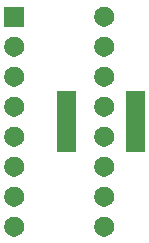
<source format=gbr>
G04 #@! TF.GenerationSoftware,KiCad,Pcbnew,(5.1.5)-3*
G04 #@! TF.CreationDate,2020-06-23T05:06:26-04:00*
G04 #@! TF.ProjectId,dip16tssop,64697031-3674-4737-936f-702e6b696361,rev?*
G04 #@! TF.SameCoordinates,Original*
G04 #@! TF.FileFunction,Soldermask,Top*
G04 #@! TF.FilePolarity,Negative*
%FSLAX46Y46*%
G04 Gerber Fmt 4.6, Leading zero omitted, Abs format (unit mm)*
G04 Created by KiCad (PCBNEW (5.1.5)-3) date 2020-06-23 05:06:26*
%MOMM*%
%LPD*%
G04 APERTURE LIST*
%ADD10C,0.100000*%
G04 APERTURE END LIST*
D10*
G36*
X114548228Y-88081703D02*
G01*
X114703100Y-88145853D01*
X114842481Y-88238985D01*
X114961015Y-88357519D01*
X115054147Y-88496900D01*
X115118297Y-88651772D01*
X115151000Y-88816184D01*
X115151000Y-88983816D01*
X115118297Y-89148228D01*
X115054147Y-89303100D01*
X114961015Y-89442481D01*
X114842481Y-89561015D01*
X114703100Y-89654147D01*
X114548228Y-89718297D01*
X114383816Y-89751000D01*
X114216184Y-89751000D01*
X114051772Y-89718297D01*
X113896900Y-89654147D01*
X113757519Y-89561015D01*
X113638985Y-89442481D01*
X113545853Y-89303100D01*
X113481703Y-89148228D01*
X113449000Y-88983816D01*
X113449000Y-88816184D01*
X113481703Y-88651772D01*
X113545853Y-88496900D01*
X113638985Y-88357519D01*
X113757519Y-88238985D01*
X113896900Y-88145853D01*
X114051772Y-88081703D01*
X114216184Y-88049000D01*
X114383816Y-88049000D01*
X114548228Y-88081703D01*
G37*
G36*
X106928228Y-88081703D02*
G01*
X107083100Y-88145853D01*
X107222481Y-88238985D01*
X107341015Y-88357519D01*
X107434147Y-88496900D01*
X107498297Y-88651772D01*
X107531000Y-88816184D01*
X107531000Y-88983816D01*
X107498297Y-89148228D01*
X107434147Y-89303100D01*
X107341015Y-89442481D01*
X107222481Y-89561015D01*
X107083100Y-89654147D01*
X106928228Y-89718297D01*
X106763816Y-89751000D01*
X106596184Y-89751000D01*
X106431772Y-89718297D01*
X106276900Y-89654147D01*
X106137519Y-89561015D01*
X106018985Y-89442481D01*
X105925853Y-89303100D01*
X105861703Y-89148228D01*
X105829000Y-88983816D01*
X105829000Y-88816184D01*
X105861703Y-88651772D01*
X105925853Y-88496900D01*
X106018985Y-88357519D01*
X106137519Y-88238985D01*
X106276900Y-88145853D01*
X106431772Y-88081703D01*
X106596184Y-88049000D01*
X106763816Y-88049000D01*
X106928228Y-88081703D01*
G37*
G36*
X106928228Y-85541703D02*
G01*
X107083100Y-85605853D01*
X107222481Y-85698985D01*
X107341015Y-85817519D01*
X107434147Y-85956900D01*
X107498297Y-86111772D01*
X107531000Y-86276184D01*
X107531000Y-86443816D01*
X107498297Y-86608228D01*
X107434147Y-86763100D01*
X107341015Y-86902481D01*
X107222481Y-87021015D01*
X107083100Y-87114147D01*
X106928228Y-87178297D01*
X106763816Y-87211000D01*
X106596184Y-87211000D01*
X106431772Y-87178297D01*
X106276900Y-87114147D01*
X106137519Y-87021015D01*
X106018985Y-86902481D01*
X105925853Y-86763100D01*
X105861703Y-86608228D01*
X105829000Y-86443816D01*
X105829000Y-86276184D01*
X105861703Y-86111772D01*
X105925853Y-85956900D01*
X106018985Y-85817519D01*
X106137519Y-85698985D01*
X106276900Y-85605853D01*
X106431772Y-85541703D01*
X106596184Y-85509000D01*
X106763816Y-85509000D01*
X106928228Y-85541703D01*
G37*
G36*
X114548228Y-85541703D02*
G01*
X114703100Y-85605853D01*
X114842481Y-85698985D01*
X114961015Y-85817519D01*
X115054147Y-85956900D01*
X115118297Y-86111772D01*
X115151000Y-86276184D01*
X115151000Y-86443816D01*
X115118297Y-86608228D01*
X115054147Y-86763100D01*
X114961015Y-86902481D01*
X114842481Y-87021015D01*
X114703100Y-87114147D01*
X114548228Y-87178297D01*
X114383816Y-87211000D01*
X114216184Y-87211000D01*
X114051772Y-87178297D01*
X113896900Y-87114147D01*
X113757519Y-87021015D01*
X113638985Y-86902481D01*
X113545853Y-86763100D01*
X113481703Y-86608228D01*
X113449000Y-86443816D01*
X113449000Y-86276184D01*
X113481703Y-86111772D01*
X113545853Y-85956900D01*
X113638985Y-85817519D01*
X113757519Y-85698985D01*
X113896900Y-85605853D01*
X114051772Y-85541703D01*
X114216184Y-85509000D01*
X114383816Y-85509000D01*
X114548228Y-85541703D01*
G37*
G36*
X114548228Y-83001703D02*
G01*
X114703100Y-83065853D01*
X114842481Y-83158985D01*
X114961015Y-83277519D01*
X115054147Y-83416900D01*
X115118297Y-83571772D01*
X115151000Y-83736184D01*
X115151000Y-83903816D01*
X115118297Y-84068228D01*
X115054147Y-84223100D01*
X114961015Y-84362481D01*
X114842481Y-84481015D01*
X114703100Y-84574147D01*
X114548228Y-84638297D01*
X114383816Y-84671000D01*
X114216184Y-84671000D01*
X114051772Y-84638297D01*
X113896900Y-84574147D01*
X113757519Y-84481015D01*
X113638985Y-84362481D01*
X113545853Y-84223100D01*
X113481703Y-84068228D01*
X113449000Y-83903816D01*
X113449000Y-83736184D01*
X113481703Y-83571772D01*
X113545853Y-83416900D01*
X113638985Y-83277519D01*
X113757519Y-83158985D01*
X113896900Y-83065853D01*
X114051772Y-83001703D01*
X114216184Y-82969000D01*
X114383816Y-82969000D01*
X114548228Y-83001703D01*
G37*
G36*
X106928228Y-83001703D02*
G01*
X107083100Y-83065853D01*
X107222481Y-83158985D01*
X107341015Y-83277519D01*
X107434147Y-83416900D01*
X107498297Y-83571772D01*
X107531000Y-83736184D01*
X107531000Y-83903816D01*
X107498297Y-84068228D01*
X107434147Y-84223100D01*
X107341015Y-84362481D01*
X107222481Y-84481015D01*
X107083100Y-84574147D01*
X106928228Y-84638297D01*
X106763816Y-84671000D01*
X106596184Y-84671000D01*
X106431772Y-84638297D01*
X106276900Y-84574147D01*
X106137519Y-84481015D01*
X106018985Y-84362481D01*
X105925853Y-84223100D01*
X105861703Y-84068228D01*
X105829000Y-83903816D01*
X105829000Y-83736184D01*
X105861703Y-83571772D01*
X105925853Y-83416900D01*
X106018985Y-83277519D01*
X106137519Y-83158985D01*
X106276900Y-83065853D01*
X106431772Y-83001703D01*
X106596184Y-82969000D01*
X106763816Y-82969000D01*
X106928228Y-83001703D01*
G37*
G36*
X117771600Y-82561000D02*
G01*
X116169600Y-82561000D01*
X116169600Y-77459000D01*
X117771600Y-77459000D01*
X117771600Y-82561000D01*
G37*
G36*
X111871600Y-82561000D02*
G01*
X110269600Y-82561000D01*
X110269600Y-77459000D01*
X111871600Y-77459000D01*
X111871600Y-82561000D01*
G37*
G36*
X114548228Y-80461703D02*
G01*
X114703100Y-80525853D01*
X114842481Y-80618985D01*
X114961015Y-80737519D01*
X115054147Y-80876900D01*
X115118297Y-81031772D01*
X115151000Y-81196184D01*
X115151000Y-81363816D01*
X115118297Y-81528228D01*
X115054147Y-81683100D01*
X114961015Y-81822481D01*
X114842481Y-81941015D01*
X114703100Y-82034147D01*
X114548228Y-82098297D01*
X114383816Y-82131000D01*
X114216184Y-82131000D01*
X114051772Y-82098297D01*
X113896900Y-82034147D01*
X113757519Y-81941015D01*
X113638985Y-81822481D01*
X113545853Y-81683100D01*
X113481703Y-81528228D01*
X113449000Y-81363816D01*
X113449000Y-81196184D01*
X113481703Y-81031772D01*
X113545853Y-80876900D01*
X113638985Y-80737519D01*
X113757519Y-80618985D01*
X113896900Y-80525853D01*
X114051772Y-80461703D01*
X114216184Y-80429000D01*
X114383816Y-80429000D01*
X114548228Y-80461703D01*
G37*
G36*
X106928228Y-80461703D02*
G01*
X107083100Y-80525853D01*
X107222481Y-80618985D01*
X107341015Y-80737519D01*
X107434147Y-80876900D01*
X107498297Y-81031772D01*
X107531000Y-81196184D01*
X107531000Y-81363816D01*
X107498297Y-81528228D01*
X107434147Y-81683100D01*
X107341015Y-81822481D01*
X107222481Y-81941015D01*
X107083100Y-82034147D01*
X106928228Y-82098297D01*
X106763816Y-82131000D01*
X106596184Y-82131000D01*
X106431772Y-82098297D01*
X106276900Y-82034147D01*
X106137519Y-81941015D01*
X106018985Y-81822481D01*
X105925853Y-81683100D01*
X105861703Y-81528228D01*
X105829000Y-81363816D01*
X105829000Y-81196184D01*
X105861703Y-81031772D01*
X105925853Y-80876900D01*
X106018985Y-80737519D01*
X106137519Y-80618985D01*
X106276900Y-80525853D01*
X106431772Y-80461703D01*
X106596184Y-80429000D01*
X106763816Y-80429000D01*
X106928228Y-80461703D01*
G37*
G36*
X114548228Y-77921703D02*
G01*
X114703100Y-77985853D01*
X114842481Y-78078985D01*
X114961015Y-78197519D01*
X115054147Y-78336900D01*
X115118297Y-78491772D01*
X115151000Y-78656184D01*
X115151000Y-78823816D01*
X115118297Y-78988228D01*
X115054147Y-79143100D01*
X114961015Y-79282481D01*
X114842481Y-79401015D01*
X114703100Y-79494147D01*
X114548228Y-79558297D01*
X114383816Y-79591000D01*
X114216184Y-79591000D01*
X114051772Y-79558297D01*
X113896900Y-79494147D01*
X113757519Y-79401015D01*
X113638985Y-79282481D01*
X113545853Y-79143100D01*
X113481703Y-78988228D01*
X113449000Y-78823816D01*
X113449000Y-78656184D01*
X113481703Y-78491772D01*
X113545853Y-78336900D01*
X113638985Y-78197519D01*
X113757519Y-78078985D01*
X113896900Y-77985853D01*
X114051772Y-77921703D01*
X114216184Y-77889000D01*
X114383816Y-77889000D01*
X114548228Y-77921703D01*
G37*
G36*
X106928228Y-77921703D02*
G01*
X107083100Y-77985853D01*
X107222481Y-78078985D01*
X107341015Y-78197519D01*
X107434147Y-78336900D01*
X107498297Y-78491772D01*
X107531000Y-78656184D01*
X107531000Y-78823816D01*
X107498297Y-78988228D01*
X107434147Y-79143100D01*
X107341015Y-79282481D01*
X107222481Y-79401015D01*
X107083100Y-79494147D01*
X106928228Y-79558297D01*
X106763816Y-79591000D01*
X106596184Y-79591000D01*
X106431772Y-79558297D01*
X106276900Y-79494147D01*
X106137519Y-79401015D01*
X106018985Y-79282481D01*
X105925853Y-79143100D01*
X105861703Y-78988228D01*
X105829000Y-78823816D01*
X105829000Y-78656184D01*
X105861703Y-78491772D01*
X105925853Y-78336900D01*
X106018985Y-78197519D01*
X106137519Y-78078985D01*
X106276900Y-77985853D01*
X106431772Y-77921703D01*
X106596184Y-77889000D01*
X106763816Y-77889000D01*
X106928228Y-77921703D01*
G37*
G36*
X114548228Y-75381703D02*
G01*
X114703100Y-75445853D01*
X114842481Y-75538985D01*
X114961015Y-75657519D01*
X115054147Y-75796900D01*
X115118297Y-75951772D01*
X115151000Y-76116184D01*
X115151000Y-76283816D01*
X115118297Y-76448228D01*
X115054147Y-76603100D01*
X114961015Y-76742481D01*
X114842481Y-76861015D01*
X114703100Y-76954147D01*
X114548228Y-77018297D01*
X114383816Y-77051000D01*
X114216184Y-77051000D01*
X114051772Y-77018297D01*
X113896900Y-76954147D01*
X113757519Y-76861015D01*
X113638985Y-76742481D01*
X113545853Y-76603100D01*
X113481703Y-76448228D01*
X113449000Y-76283816D01*
X113449000Y-76116184D01*
X113481703Y-75951772D01*
X113545853Y-75796900D01*
X113638985Y-75657519D01*
X113757519Y-75538985D01*
X113896900Y-75445853D01*
X114051772Y-75381703D01*
X114216184Y-75349000D01*
X114383816Y-75349000D01*
X114548228Y-75381703D01*
G37*
G36*
X106928228Y-75381703D02*
G01*
X107083100Y-75445853D01*
X107222481Y-75538985D01*
X107341015Y-75657519D01*
X107434147Y-75796900D01*
X107498297Y-75951772D01*
X107531000Y-76116184D01*
X107531000Y-76283816D01*
X107498297Y-76448228D01*
X107434147Y-76603100D01*
X107341015Y-76742481D01*
X107222481Y-76861015D01*
X107083100Y-76954147D01*
X106928228Y-77018297D01*
X106763816Y-77051000D01*
X106596184Y-77051000D01*
X106431772Y-77018297D01*
X106276900Y-76954147D01*
X106137519Y-76861015D01*
X106018985Y-76742481D01*
X105925853Y-76603100D01*
X105861703Y-76448228D01*
X105829000Y-76283816D01*
X105829000Y-76116184D01*
X105861703Y-75951772D01*
X105925853Y-75796900D01*
X106018985Y-75657519D01*
X106137519Y-75538985D01*
X106276900Y-75445853D01*
X106431772Y-75381703D01*
X106596184Y-75349000D01*
X106763816Y-75349000D01*
X106928228Y-75381703D01*
G37*
G36*
X114548228Y-72841703D02*
G01*
X114703100Y-72905853D01*
X114842481Y-72998985D01*
X114961015Y-73117519D01*
X115054147Y-73256900D01*
X115118297Y-73411772D01*
X115151000Y-73576184D01*
X115151000Y-73743816D01*
X115118297Y-73908228D01*
X115054147Y-74063100D01*
X114961015Y-74202481D01*
X114842481Y-74321015D01*
X114703100Y-74414147D01*
X114548228Y-74478297D01*
X114383816Y-74511000D01*
X114216184Y-74511000D01*
X114051772Y-74478297D01*
X113896900Y-74414147D01*
X113757519Y-74321015D01*
X113638985Y-74202481D01*
X113545853Y-74063100D01*
X113481703Y-73908228D01*
X113449000Y-73743816D01*
X113449000Y-73576184D01*
X113481703Y-73411772D01*
X113545853Y-73256900D01*
X113638985Y-73117519D01*
X113757519Y-72998985D01*
X113896900Y-72905853D01*
X114051772Y-72841703D01*
X114216184Y-72809000D01*
X114383816Y-72809000D01*
X114548228Y-72841703D01*
G37*
G36*
X106928228Y-72841703D02*
G01*
X107083100Y-72905853D01*
X107222481Y-72998985D01*
X107341015Y-73117519D01*
X107434147Y-73256900D01*
X107498297Y-73411772D01*
X107531000Y-73576184D01*
X107531000Y-73743816D01*
X107498297Y-73908228D01*
X107434147Y-74063100D01*
X107341015Y-74202481D01*
X107222481Y-74321015D01*
X107083100Y-74414147D01*
X106928228Y-74478297D01*
X106763816Y-74511000D01*
X106596184Y-74511000D01*
X106431772Y-74478297D01*
X106276900Y-74414147D01*
X106137519Y-74321015D01*
X106018985Y-74202481D01*
X105925853Y-74063100D01*
X105861703Y-73908228D01*
X105829000Y-73743816D01*
X105829000Y-73576184D01*
X105861703Y-73411772D01*
X105925853Y-73256900D01*
X106018985Y-73117519D01*
X106137519Y-72998985D01*
X106276900Y-72905853D01*
X106431772Y-72841703D01*
X106596184Y-72809000D01*
X106763816Y-72809000D01*
X106928228Y-72841703D01*
G37*
G36*
X107531000Y-71971000D02*
G01*
X105829000Y-71971000D01*
X105829000Y-70269000D01*
X107531000Y-70269000D01*
X107531000Y-71971000D01*
G37*
G36*
X114548228Y-70301703D02*
G01*
X114703100Y-70365853D01*
X114842481Y-70458985D01*
X114961015Y-70577519D01*
X115054147Y-70716900D01*
X115118297Y-70871772D01*
X115151000Y-71036184D01*
X115151000Y-71203816D01*
X115118297Y-71368228D01*
X115054147Y-71523100D01*
X114961015Y-71662481D01*
X114842481Y-71781015D01*
X114703100Y-71874147D01*
X114548228Y-71938297D01*
X114383816Y-71971000D01*
X114216184Y-71971000D01*
X114051772Y-71938297D01*
X113896900Y-71874147D01*
X113757519Y-71781015D01*
X113638985Y-71662481D01*
X113545853Y-71523100D01*
X113481703Y-71368228D01*
X113449000Y-71203816D01*
X113449000Y-71036184D01*
X113481703Y-70871772D01*
X113545853Y-70716900D01*
X113638985Y-70577519D01*
X113757519Y-70458985D01*
X113896900Y-70365853D01*
X114051772Y-70301703D01*
X114216184Y-70269000D01*
X114383816Y-70269000D01*
X114548228Y-70301703D01*
G37*
M02*

</source>
